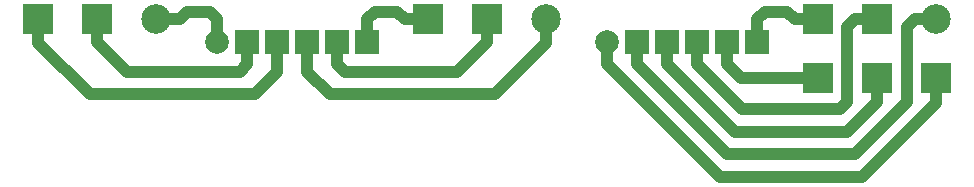
<source format=gbr>
G04 #@! TF.GenerationSoftware,KiCad,Pcbnew,5.1.6-c6e7f7d~87~ubuntu19.10.1*
G04 #@! TF.CreationDate,2021-07-04T14:56:38+06:00*
G04 #@! TF.ProjectId,potentiometer_board_18_3x17_dual-single-single_r1,706f7465-6e74-4696-9f6d-657465725f62,1A*
G04 #@! TF.SameCoordinates,Original*
G04 #@! TF.FileFunction,Copper,L2,Bot*
G04 #@! TF.FilePolarity,Positive*
%FSLAX46Y46*%
G04 Gerber Fmt 4.6, Leading zero omitted, Abs format (unit mm)*
G04 Created by KiCad (PCBNEW 5.1.6-c6e7f7d~87~ubuntu19.10.1) date 2021-07-04 14:56:38*
%MOMM*%
%LPD*%
G01*
G04 APERTURE LIST*
G04 #@! TA.AperFunction,ComponentPad*
%ADD10R,2.000000X2.000000*%
G04 #@! TD*
G04 #@! TA.AperFunction,ComponentPad*
%ADD11C,2.000000*%
G04 #@! TD*
G04 #@! TA.AperFunction,ComponentPad*
%ADD12R,2.500000X2.500000*%
G04 #@! TD*
G04 #@! TA.AperFunction,ComponentPad*
%ADD13C,2.500000*%
G04 #@! TD*
G04 #@! TA.AperFunction,Conductor*
%ADD14C,1.000000*%
G04 #@! TD*
G04 APERTURE END LIST*
D10*
X95250000Y-144780000D03*
X92710000Y-144780000D03*
X90170000Y-144780000D03*
D11*
X82550000Y-144780000D03*
D10*
X85090000Y-144780000D03*
X87630000Y-144780000D03*
X128270000Y-144780000D03*
X125730000Y-144780000D03*
X123190000Y-144780000D03*
D11*
X115570000Y-144780000D03*
D10*
X118110000Y-144780000D03*
X120650000Y-144780000D03*
D12*
X138430000Y-147875000D03*
X143430000Y-147875000D03*
X133430000Y-147875000D03*
X133430000Y-142875000D03*
D13*
X143430000Y-142875000D03*
D12*
X138430000Y-142875000D03*
X67390000Y-142875000D03*
D13*
X77390000Y-142875000D03*
D12*
X72390000Y-142875000D03*
X100410000Y-142875000D03*
D13*
X110410000Y-142875000D03*
D12*
X105410000Y-142875000D03*
D14*
X95250000Y-142875000D02*
X95250000Y-144780000D01*
X95885000Y-142240000D02*
X95250000Y-142875000D01*
X100410000Y-142875000D02*
X98425000Y-142875000D01*
X97790000Y-142240000D02*
X95885000Y-142240000D01*
X98425000Y-142875000D02*
X97790000Y-142240000D01*
X90170000Y-147320000D02*
X90170000Y-144780000D01*
X92075000Y-149225000D02*
X90170000Y-147320000D01*
X106045000Y-149225000D02*
X92075000Y-149225000D01*
X110410000Y-142875000D02*
X110410000Y-144860000D01*
X110410000Y-144860000D02*
X106045000Y-149225000D01*
X105410000Y-144780000D02*
X105410000Y-142875000D01*
X102870000Y-147320000D02*
X105410000Y-144780000D01*
X93345000Y-147320000D02*
X102870000Y-147320000D01*
X92710000Y-144780000D02*
X92710000Y-146685000D01*
X92710000Y-146685000D02*
X93345000Y-147320000D01*
X67390000Y-142875000D02*
X67390000Y-144860000D01*
X67390000Y-144860000D02*
X71755000Y-149225000D01*
X87630000Y-147320000D02*
X87630000Y-144780000D01*
X71755000Y-149225000D02*
X85725000Y-149225000D01*
X85725000Y-149225000D02*
X87630000Y-147320000D01*
X77390000Y-142875000D02*
X79375000Y-142875000D01*
X79375000Y-142875000D02*
X80010000Y-142240000D01*
X82550000Y-142875000D02*
X82550000Y-144780000D01*
X80010000Y-142240000D02*
X81915000Y-142240000D01*
X81915000Y-142240000D02*
X82550000Y-142875000D01*
X72390000Y-144780000D02*
X74930000Y-147320000D01*
X72390000Y-142875000D02*
X72390000Y-144780000D01*
X85090000Y-146685000D02*
X85090000Y-144780000D01*
X74930000Y-147320000D02*
X84455000Y-147320000D01*
X84455000Y-147320000D02*
X85090000Y-146685000D01*
X128270000Y-142875000D02*
X128270000Y-144780000D01*
X128905000Y-142240000D02*
X128270000Y-142875000D01*
X130810000Y-142240000D02*
X128905000Y-142240000D01*
X133430000Y-142875000D02*
X131445000Y-142875000D01*
X131445000Y-142875000D02*
X130810000Y-142240000D01*
X125730000Y-146685000D02*
X125730000Y-144780000D01*
X133430000Y-147875000D02*
X126920000Y-147875000D01*
X126920000Y-147875000D02*
X125730000Y-146685000D01*
X136525000Y-142875000D02*
X138430000Y-142875000D01*
X123190000Y-146685000D02*
X127000000Y-150495000D01*
X123190000Y-144780000D02*
X123190000Y-146685000D01*
X127000000Y-150495000D02*
X135255000Y-150495000D01*
X135890000Y-143510000D02*
X136525000Y-142875000D01*
X135890000Y-149860000D02*
X135890000Y-143510000D01*
X135255000Y-150495000D02*
X135890000Y-149860000D01*
X143430000Y-149940000D02*
X143430000Y-147875000D01*
X137160000Y-156210000D02*
X143430000Y-149940000D01*
X115570000Y-144780000D02*
X115570000Y-146685000D01*
X125095000Y-156210000D02*
X137160000Y-156210000D01*
X115570000Y-146685000D02*
X125095000Y-156210000D01*
X141605000Y-142875000D02*
X143430000Y-142875000D01*
X140970000Y-143510000D02*
X141605000Y-142875000D01*
X118110000Y-144780000D02*
X118110000Y-146685000D01*
X125730000Y-154305000D02*
X136525000Y-154305000D01*
X118110000Y-146685000D02*
X125730000Y-154305000D01*
X136525000Y-154305000D02*
X140970000Y-149860000D01*
X140970000Y-149860000D02*
X140970000Y-143510000D01*
X138430000Y-149860000D02*
X138430000Y-147875000D01*
X135890000Y-152400000D02*
X138430000Y-149860000D01*
X126365000Y-152400000D02*
X135890000Y-152400000D01*
X120650000Y-144780000D02*
X120650000Y-146685000D01*
X120650000Y-146685000D02*
X126365000Y-152400000D01*
M02*

</source>
